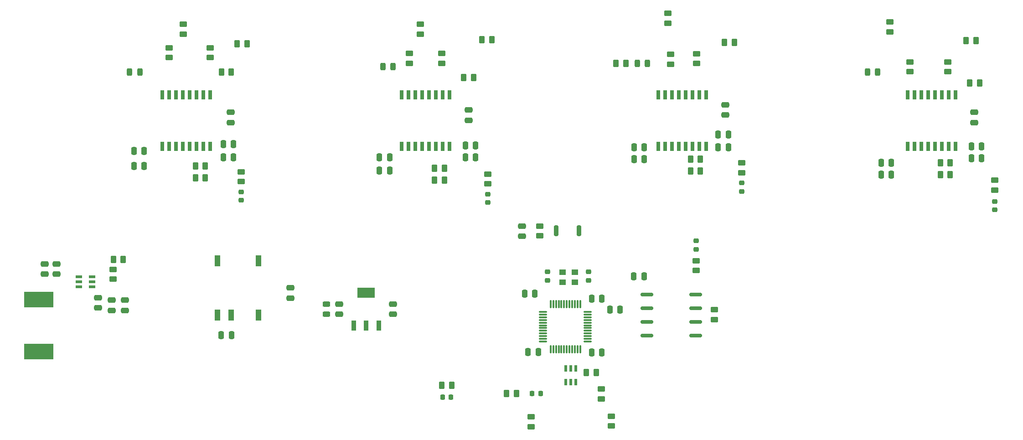
<source format=gbr>
%TF.GenerationSoftware,KiCad,Pcbnew,(6.0.7)*%
%TF.CreationDate,2024-02-27T11:31:56-06:00*%
%TF.ProjectId,StepperMotorController,53746570-7065-4724-9d6f-746f72436f6e,rev?*%
%TF.SameCoordinates,Original*%
%TF.FileFunction,Paste,Top*%
%TF.FilePolarity,Positive*%
%FSLAX46Y46*%
G04 Gerber Fmt 4.6, Leading zero omitted, Abs format (unit mm)*
G04 Created by KiCad (PCBNEW (6.0.7)) date 2024-02-27 11:31:56*
%MOMM*%
%LPD*%
G01*
G04 APERTURE LIST*
G04 Aperture macros list*
%AMRoundRect*
0 Rectangle with rounded corners*
0 $1 Rounding radius*
0 $2 $3 $4 $5 $6 $7 $8 $9 X,Y pos of 4 corners*
0 Add a 4 corners polygon primitive as box body*
4,1,4,$2,$3,$4,$5,$6,$7,$8,$9,$2,$3,0*
0 Add four circle primitives for the rounded corners*
1,1,$1+$1,$2,$3*
1,1,$1+$1,$4,$5*
1,1,$1+$1,$6,$7*
1,1,$1+$1,$8,$9*
0 Add four rect primitives between the rounded corners*
20,1,$1+$1,$2,$3,$4,$5,0*
20,1,$1+$1,$4,$5,$6,$7,0*
20,1,$1+$1,$6,$7,$8,$9,0*
20,1,$1+$1,$8,$9,$2,$3,0*%
G04 Aperture macros list end*
%ADD10RoundRect,0.243750X-0.243750X-0.456250X0.243750X-0.456250X0.243750X0.456250X-0.243750X0.456250X0*%
%ADD11RoundRect,0.250000X0.262500X0.450000X-0.262500X0.450000X-0.262500X-0.450000X0.262500X-0.450000X0*%
%ADD12R,0.900000X1.950000*%
%ADD13R,3.200000X1.950000*%
%ADD14RoundRect,0.250000X0.450000X-0.262500X0.450000X0.262500X-0.450000X0.262500X-0.450000X-0.262500X0*%
%ADD15RoundRect,0.250000X-0.475000X0.250000X-0.475000X-0.250000X0.475000X-0.250000X0.475000X0.250000X0*%
%ADD16RoundRect,0.250000X-0.450000X0.262500X-0.450000X-0.262500X0.450000X-0.262500X0.450000X0.262500X0*%
%ADD17RoundRect,0.250000X-0.250000X-0.475000X0.250000X-0.475000X0.250000X0.475000X-0.250000X0.475000X0*%
%ADD18RoundRect,0.250000X0.475000X-0.250000X0.475000X0.250000X-0.475000X0.250000X-0.475000X-0.250000X0*%
%ADD19RoundRect,0.243750X0.243750X0.456250X-0.243750X0.456250X-0.243750X-0.456250X0.243750X-0.456250X0*%
%ADD20RoundRect,0.225000X0.250000X-0.225000X0.250000X0.225000X-0.250000X0.225000X-0.250000X-0.225000X0*%
%ADD21RoundRect,0.200000X0.200000X0.800000X-0.200000X0.800000X-0.200000X-0.800000X0.200000X-0.800000X0*%
%ADD22R,0.650000X1.750000*%
%ADD23RoundRect,0.250000X-0.262500X-0.450000X0.262500X-0.450000X0.262500X0.450000X-0.262500X0.450000X0*%
%ADD24RoundRect,0.075000X-0.075000X0.662500X-0.075000X-0.662500X0.075000X-0.662500X0.075000X0.662500X0*%
%ADD25RoundRect,0.075000X-0.662500X0.075000X-0.662500X-0.075000X0.662500X-0.075000X0.662500X0.075000X0*%
%ADD26RoundRect,0.250000X0.250000X0.475000X-0.250000X0.475000X-0.250000X-0.475000X0.250000X-0.475000X0*%
%ADD27RoundRect,0.218750X0.256250X-0.218750X0.256250X0.218750X-0.256250X0.218750X-0.256250X-0.218750X0*%
%ADD28RoundRect,0.243750X0.456250X-0.243750X0.456250X0.243750X-0.456250X0.243750X-0.456250X-0.243750X0*%
%ADD29RoundRect,0.225000X-0.250000X0.225000X-0.250000X-0.225000X0.250000X-0.225000X0.250000X0.225000X0*%
%ADD30R,1.000000X2.100000*%
%ADD31RoundRect,0.218750X-0.218750X-0.256250X0.218750X-0.256250X0.218750X0.256250X-0.218750X0.256250X0*%
%ADD32R,0.600000X1.200000*%
%ADD33R,1.200000X0.600000*%
%ADD34R,1.300000X1.100000*%
%ADD35RoundRect,0.218750X-0.256250X0.218750X-0.256250X-0.218750X0.256250X-0.218750X0.256250X0.218750X0*%
%ADD36RoundRect,0.162500X-1.012500X-0.162500X1.012500X-0.162500X1.012500X0.162500X-1.012500X0.162500X0*%
%ADD37R,5.400000X2.900000*%
G04 APERTURE END LIST*
D10*
%TO.C,D5*%
X252062500Y-167000000D03*
X253937500Y-167000000D03*
%TD*%
D11*
%TO.C,R17*%
X272312500Y-162000000D03*
X270487500Y-162000000D03*
%TD*%
D12*
%TO.C,IC6*%
X246700000Y-215050000D03*
X249000000Y-215050000D03*
X251300000Y-215050000D03*
D13*
X249000000Y-208950000D03*
%TD*%
D14*
%TO.C,R29*%
X310350000Y-166412500D03*
X310350000Y-164587500D03*
%TD*%
D15*
%TO.C,C44*%
X277900000Y-196570000D03*
X277900000Y-198470000D03*
%TD*%
D16*
%TO.C,R39*%
X318700000Y-184837500D03*
X318700000Y-186662500D03*
%TD*%
D17*
%TO.C,C18*%
X298750000Y-181950000D03*
X300650000Y-181950000D03*
%TD*%
D18*
%TO.C,C47*%
X254000000Y-212950000D03*
X254000000Y-211050000D03*
%TD*%
D19*
%TO.C,D6*%
X301237500Y-166350000D03*
X299362500Y-166350000D03*
%TD*%
D20*
%TO.C,C39*%
X282700000Y-206649999D03*
X282700000Y-205099999D03*
%TD*%
D16*
%TO.C,R6*%
X279577500Y-232025000D03*
X279577500Y-233850000D03*
%TD*%
D21*
%TO.C,SW3*%
X288487501Y-197470000D03*
X284287501Y-197470000D03*
%TD*%
D22*
%TO.C,IC4*%
X303255000Y-181775000D03*
X304525000Y-181775000D03*
X305795000Y-181775000D03*
X307065000Y-181775000D03*
X308335000Y-181775000D03*
X309605000Y-181775000D03*
X310875000Y-181775000D03*
X312145000Y-181775000D03*
X312145000Y-172225000D03*
X310875000Y-172225000D03*
X309605000Y-172225000D03*
X308335000Y-172225000D03*
X307065000Y-172225000D03*
X305795000Y-172225000D03*
X304525000Y-172225000D03*
X303255000Y-172225000D03*
%TD*%
%TO.C,IC1*%
X211155000Y-181775000D03*
X212425000Y-181775000D03*
X213695000Y-181775000D03*
X214965000Y-181775000D03*
X216235000Y-181775000D03*
X217505000Y-181775000D03*
X218775000Y-181775000D03*
X220045000Y-181775000D03*
X220045000Y-172225000D03*
X218775000Y-172225000D03*
X217505000Y-172225000D03*
X216235000Y-172225000D03*
X214965000Y-172225000D03*
X213695000Y-172225000D03*
X212425000Y-172225000D03*
X211155000Y-172225000D03*
%TD*%
D23*
%TO.C,R4*%
X217287500Y-187600000D03*
X219112500Y-187600000D03*
%TD*%
D24*
%TO.C,U2*%
X288737500Y-211107500D03*
X288237500Y-211107500D03*
X287737500Y-211107500D03*
X287237500Y-211107500D03*
X286737500Y-211107500D03*
X286237500Y-211107500D03*
X285737500Y-211107500D03*
X285237500Y-211107500D03*
X284737500Y-211107500D03*
X284237500Y-211107500D03*
X283737500Y-211107500D03*
X283237500Y-211107500D03*
D25*
X281825000Y-212520000D03*
X281825000Y-213020000D03*
X281825000Y-213520000D03*
X281825000Y-214020000D03*
X281825000Y-214520000D03*
X281825000Y-215020000D03*
X281825000Y-215520000D03*
X281825000Y-216020000D03*
X281825000Y-216520000D03*
X281825000Y-217020000D03*
X281825000Y-217520000D03*
X281825000Y-218020000D03*
D24*
X283237500Y-219432500D03*
X283737500Y-219432500D03*
X284237500Y-219432500D03*
X284737500Y-219432500D03*
X285237500Y-219432500D03*
X285737500Y-219432500D03*
X286237500Y-219432500D03*
X286737500Y-219432500D03*
X287237500Y-219432500D03*
X287737500Y-219432500D03*
X288237500Y-219432500D03*
X288737500Y-219432500D03*
D25*
X290150000Y-218020000D03*
X290150000Y-217520000D03*
X290150000Y-217020000D03*
X290150000Y-216520000D03*
X290150000Y-216020000D03*
X290150000Y-215520000D03*
X290150000Y-215020000D03*
X290150000Y-214520000D03*
X290150000Y-214020000D03*
X290150000Y-213520000D03*
X290150000Y-213020000D03*
X290150000Y-212520000D03*
%TD*%
D14*
%TO.C,R10*%
X220000000Y-165312500D03*
X220000000Y-163487500D03*
%TD*%
D17*
%TO.C,C4*%
X251425000Y-183845000D03*
X253325000Y-183845000D03*
%TD*%
%TO.C,C45*%
X290875000Y-220050000D03*
X292775000Y-220050000D03*
%TD*%
D26*
%TO.C,C42*%
X280325000Y-209100000D03*
X278425000Y-209100000D03*
%TD*%
D23*
%TO.C,R23*%
X309212500Y-186375000D03*
X311037500Y-186375000D03*
%TD*%
D16*
%TO.C,R15*%
X259000000Y-159087500D03*
X259000000Y-160912500D03*
%TD*%
D18*
%TO.C,C30*%
X315700000Y-175950000D03*
X315700000Y-174050000D03*
%TD*%
D14*
%TO.C,R9*%
X257000000Y-166357500D03*
X257000000Y-164532500D03*
%TD*%
%TO.C,R11*%
X263000000Y-166357500D03*
X263000000Y-164532500D03*
%TD*%
%TO.C,R8*%
X212400000Y-165312500D03*
X212400000Y-163487500D03*
%TD*%
D26*
%TO.C,C10*%
X269325000Y-181645000D03*
X267425000Y-181645000D03*
%TD*%
D27*
%TO.C,D12*%
X365750000Y-193575000D03*
X365750000Y-192000000D03*
%TD*%
D18*
%TO.C,C40*%
X243999998Y-212950000D03*
X243999998Y-211050000D03*
%TD*%
D14*
%TO.C,R28*%
X350000000Y-167912500D03*
X350000000Y-166087500D03*
%TD*%
%TO.C,R3*%
X294500000Y-233712500D03*
X294500000Y-231887500D03*
%TD*%
D11*
%TO.C,R13*%
X223912500Y-168000000D03*
X222087500Y-168000000D03*
%TD*%
D28*
%TO.C,D8*%
X241600000Y-212937500D03*
X241600000Y-211062500D03*
%TD*%
D29*
%TO.C,C38*%
X290300000Y-205100000D03*
X290300000Y-206650000D03*
%TD*%
D27*
%TO.C,D10*%
X318700000Y-190137500D03*
X318700000Y-188562500D03*
%TD*%
D23*
%TO.C,R1*%
X217287500Y-185400000D03*
X219112500Y-185400000D03*
%TD*%
%TO.C,R32*%
X295387500Y-166350000D03*
X297212500Y-166350000D03*
%TD*%
D30*
%TO.C,J3*%
X221390000Y-213100000D03*
X223930000Y-213100000D03*
X229010000Y-213100000D03*
X229010000Y-203000000D03*
X221390000Y-203000000D03*
%TD*%
D31*
%TO.C,USB*%
X279800000Y-227670000D03*
X281375000Y-227670000D03*
%TD*%
D16*
%TO.C,R40*%
X271575000Y-186932500D03*
X271575000Y-188757500D03*
%TD*%
D32*
%TO.C,D1*%
X287937500Y-223020000D03*
X286987500Y-223020000D03*
X286037500Y-223020000D03*
X286037500Y-225520000D03*
X286987500Y-225520000D03*
X287937500Y-225520000D03*
%TD*%
D11*
%TO.C,R25*%
X203862500Y-202800000D03*
X202037500Y-202800000D03*
%TD*%
D26*
%TO.C,C41*%
X280950000Y-220000000D03*
X279050000Y-220000000D03*
%TD*%
D17*
%TO.C,C3*%
X205850000Y-182600000D03*
X207750000Y-182600000D03*
%TD*%
D23*
%TO.C,R21*%
X309212500Y-184175000D03*
X311037500Y-184175000D03*
%TD*%
D10*
%TO.C,D4*%
X205062500Y-168000000D03*
X206937500Y-168000000D03*
%TD*%
D17*
%TO.C,C43*%
X290837500Y-210070000D03*
X292737500Y-210070000D03*
%TD*%
%TO.C,C23*%
X344600000Y-187000000D03*
X346500000Y-187000000D03*
%TD*%
D15*
%TO.C,C27*%
X189249998Y-203600000D03*
X189249998Y-205500000D03*
%TD*%
D16*
%TO.C,R42*%
X225800000Y-186487500D03*
X225800000Y-188312500D03*
%TD*%
%TO.C,FB1*%
X292625000Y-226837500D03*
X292625000Y-228662500D03*
%TD*%
D10*
%TO.C,D7*%
X342062500Y-168000000D03*
X343937500Y-168000000D03*
%TD*%
D11*
%TO.C,R19*%
X276900000Y-227670000D03*
X275075000Y-227670000D03*
%TD*%
D15*
%TO.C,CBOOT1*%
X199200001Y-209850000D03*
X199200001Y-211750000D03*
%TD*%
D23*
%TO.C,R24*%
X355637500Y-187000000D03*
X357462500Y-187000000D03*
%TD*%
D16*
%TO.C,R12*%
X215000000Y-159087500D03*
X215000000Y-160912500D03*
%TD*%
D23*
%TO.C,R38*%
X263050000Y-226175000D03*
X264875000Y-226175000D03*
%TD*%
D16*
%TO.C,R7*%
X313675000Y-212132500D03*
X313675000Y-213957500D03*
%TD*%
D26*
%TO.C,C9*%
X224350000Y-181400000D03*
X222450000Y-181400000D03*
%TD*%
D17*
%TO.C,C8*%
X251425000Y-186245000D03*
X253325000Y-186245000D03*
%TD*%
D26*
%TO.C,C25*%
X316250000Y-179550000D03*
X314350000Y-179550000D03*
%TD*%
D27*
%TO.C,D11*%
X271575000Y-192232500D03*
X271575000Y-190657500D03*
%TD*%
D16*
%TO.C,R31*%
X305000000Y-157087500D03*
X305000000Y-158912500D03*
%TD*%
D22*
%TO.C,IC5*%
X349505000Y-181775000D03*
X350775000Y-181775000D03*
X352045000Y-181775000D03*
X353315000Y-181775000D03*
X354585000Y-181775000D03*
X355855000Y-181775000D03*
X357125000Y-181775000D03*
X358395000Y-181775000D03*
X358395000Y-172225000D03*
X357125000Y-172225000D03*
X355855000Y-172225000D03*
X354585000Y-172225000D03*
X353315000Y-172225000D03*
X352045000Y-172225000D03*
X350775000Y-172225000D03*
X349505000Y-172225000D03*
%TD*%
%TO.C,IC2*%
X255555000Y-181775000D03*
X256825000Y-181775000D03*
X258095000Y-181775000D03*
X259365000Y-181775000D03*
X260635000Y-181775000D03*
X261905000Y-181775000D03*
X263175000Y-181775000D03*
X264445000Y-181775000D03*
X264445000Y-172225000D03*
X263175000Y-172225000D03*
X261905000Y-172225000D03*
X260635000Y-172225000D03*
X259365000Y-172225000D03*
X258095000Y-172225000D03*
X256825000Y-172225000D03*
X255555000Y-172225000D03*
%TD*%
D26*
%TO.C,C7*%
X269325000Y-183845000D03*
X267425000Y-183845000D03*
%TD*%
%TO.C,C20*%
X316250000Y-181950000D03*
X314350000Y-181950000D03*
%TD*%
D15*
%TO.C,C35*%
X201700000Y-210350000D03*
X201700000Y-212250000D03*
%TD*%
D14*
%TO.C,R37*%
X281187501Y-198382500D03*
X281187501Y-196557500D03*
%TD*%
D17*
%TO.C,C6*%
X205850000Y-185400000D03*
X207750000Y-185400000D03*
%TD*%
D33*
%TO.C,IC3*%
X198100000Y-207899998D03*
X198100000Y-206949998D03*
X198100000Y-205999998D03*
X195600000Y-205999998D03*
X195600000Y-206949998D03*
X195600000Y-207899998D03*
%TD*%
D14*
%TO.C,R27*%
X305555000Y-166522500D03*
X305555000Y-164697500D03*
%TD*%
D11*
%TO.C,R33*%
X317362500Y-162500000D03*
X315537500Y-162500000D03*
%TD*%
D18*
%TO.C,C31*%
X361950000Y-177350000D03*
X361950000Y-175450000D03*
%TD*%
D26*
%TO.C,C36*%
X223950000Y-216800000D03*
X222050000Y-216800000D03*
%TD*%
D11*
%TO.C,R36*%
X362212500Y-162100000D03*
X360387500Y-162100000D03*
%TD*%
D16*
%TO.C,R34*%
X346250000Y-158687500D03*
X346250000Y-160512500D03*
%TD*%
D27*
%TO.C,D13*%
X225800000Y-191787500D03*
X225800000Y-190212500D03*
%TD*%
D17*
%TO.C,C46*%
X294225000Y-212100000D03*
X296125000Y-212100000D03*
%TD*%
D18*
%TO.C,C34*%
X204200000Y-212250000D03*
X204200000Y-210350000D03*
%TD*%
D31*
%TO.C,5V*%
X263175000Y-228375000D03*
X264750000Y-228375000D03*
%TD*%
D15*
%TO.C,C37*%
X234900000Y-208050000D03*
X234900000Y-209950000D03*
%TD*%
D11*
%TO.C,R14*%
X226862500Y-162700000D03*
X225037500Y-162700000D03*
%TD*%
D26*
%TO.C,C22*%
X363300000Y-181800000D03*
X361400000Y-181800000D03*
%TD*%
D16*
%TO.C,R41*%
X365750000Y-188087500D03*
X365750000Y-189912500D03*
%TD*%
%TO.C,R26*%
X201950000Y-204637500D03*
X201950000Y-206462500D03*
%TD*%
D17*
%TO.C,C19*%
X344600000Y-184800000D03*
X346500000Y-184800000D03*
%TD*%
D23*
%TO.C,R2*%
X261662500Y-185845000D03*
X263487500Y-185845000D03*
%TD*%
D18*
%TO.C,C14*%
X268000000Y-176950000D03*
X268000000Y-175050000D03*
%TD*%
D34*
%TO.C,Y1*%
X287725000Y-205175000D03*
X285425000Y-205175000D03*
X285425000Y-206975000D03*
X287725000Y-206975000D03*
%TD*%
D23*
%TO.C,R5*%
X261662500Y-188045000D03*
X263487500Y-188045000D03*
%TD*%
D11*
%TO.C,R35*%
X362912500Y-170000000D03*
X361087500Y-170000000D03*
%TD*%
D15*
%TO.C,C24*%
X191450000Y-203600001D03*
X191450000Y-205500001D03*
%TD*%
D35*
%TO.C,D14*%
X310250000Y-199320001D03*
X310250000Y-200895001D03*
%TD*%
D11*
%TO.C,R20*%
X291712500Y-223775000D03*
X289887500Y-223775000D03*
%TD*%
D26*
%TO.C,C5*%
X224349999Y-183800000D03*
X222449999Y-183800000D03*
%TD*%
D23*
%TO.C,R22*%
X355637500Y-184800000D03*
X357462500Y-184800000D03*
%TD*%
D17*
%TO.C,C21*%
X298750000Y-184150000D03*
X300650000Y-184150000D03*
%TD*%
D36*
%TO.C,U1*%
X301125000Y-209310000D03*
X301125000Y-211850000D03*
X301125000Y-214390000D03*
X301125000Y-216930000D03*
X310175000Y-216930000D03*
X310175000Y-214390000D03*
X310175000Y-211850000D03*
X310175000Y-209310000D03*
%TD*%
D14*
%TO.C,R43*%
X310250000Y-204819999D03*
X310250000Y-202994999D03*
%TD*%
D37*
%TO.C,L1*%
X188200000Y-210200000D03*
X188200000Y-219900000D03*
%TD*%
D18*
%TO.C,C13*%
X223800000Y-177350000D03*
X223800000Y-175450000D03*
%TD*%
D14*
%TO.C,R30*%
X357000000Y-167912500D03*
X357000000Y-166087500D03*
%TD*%
D26*
%TO.C,C26*%
X363300000Y-184000000D03*
X361400000Y-184000000D03*
%TD*%
D17*
%TO.C,C2*%
X298700001Y-205920000D03*
X300600001Y-205920000D03*
%TD*%
D11*
%TO.C,R16*%
X268912500Y-169000000D03*
X267087500Y-169000000D03*
%TD*%
M02*

</source>
